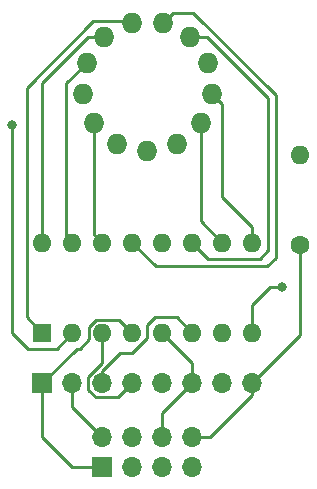
<source format=gbr>
%TF.GenerationSoftware,KiCad,Pcbnew,5.1.6-c6e7f7d~87~ubuntu20.04.1*%
%TF.CreationDate,2020-09-12T14:26:48-04:00*%
%TF.ProjectId,IN-14_Daughter,494e2d31-345f-4446-9175-67687465722e,rev?*%
%TF.SameCoordinates,Original*%
%TF.FileFunction,Copper,L1,Top*%
%TF.FilePolarity,Positive*%
%FSLAX46Y46*%
G04 Gerber Fmt 4.6, Leading zero omitted, Abs format (unit mm)*
G04 Created by KiCad (PCBNEW 5.1.6-c6e7f7d~87~ubuntu20.04.1) date 2020-09-12 14:26:48*
%MOMM*%
%LPD*%
G01*
G04 APERTURE LIST*
%TA.AperFunction,ComponentPad*%
%ADD10O,1.750000X1.750000*%
%TD*%
%TA.AperFunction,ComponentPad*%
%ADD11O,1.600000X1.600000*%
%TD*%
%TA.AperFunction,ComponentPad*%
%ADD12R,1.600000X1.600000*%
%TD*%
%TA.AperFunction,ComponentPad*%
%ADD13R,1.700000X1.700000*%
%TD*%
%TA.AperFunction,ComponentPad*%
%ADD14O,1.700000X1.700000*%
%TD*%
%TA.AperFunction,ComponentPad*%
%ADD15C,1.600000*%
%TD*%
%TA.AperFunction,ViaPad*%
%ADD16C,0.800000*%
%TD*%
%TA.AperFunction,Conductor*%
%ADD17C,0.250000*%
%TD*%
G04 APERTURE END LIST*
D10*
%TO.P,N1,13*%
%TO.N,Net-(N1-Pad1)*%
X157749977Y-65042608D03*
%TO.P,N1,12*%
%TO.N,Net-(N1-Pad12)*%
X159720411Y-63296956D03*
%TO.P,N1,11*%
%TO.N,Net-(N1-Pad11)*%
X160653898Y-60835551D03*
%TO.P,N1,10*%
%TO.N,Net-(N1-Pad10)*%
X160336589Y-58222274D03*
%TO.P,N1,9*%
%TO.N,Net-(N1-Pad9)*%
X158841174Y-56055791D03*
%TO.P,N1,8*%
%TO.N,Net-(N1-Pad8)*%
X156510236Y-54832421D03*
%TO.P,N1,7*%
%TO.N,Net-(N1-Pad7)*%
X153877764Y-54832421D03*
%TO.P,N1,6*%
%TO.N,Net-(N1-Pad6)*%
X151546826Y-56055791D03*
%TO.P,N1,5*%
%TO.N,Net-(N1-Pad5)*%
X150051411Y-58222274D03*
%TO.P,N1,4*%
%TO.N,Net-(N1-Pad4)*%
X149734102Y-60835551D03*
%TO.P,N1,3*%
%TO.N,Net-(N1-Pad3)*%
X150667589Y-63296956D03*
%TO.P,N1,2*%
%TO.N,Net-(N1-Pad1)*%
X152638023Y-65042608D03*
%TO.P,N1,1*%
X155194000Y-65672600D03*
%TD*%
D11*
%TO.P,U1,16*%
%TO.N,Net-(N1-Pad6)*%
X146304000Y-73456800D03*
%TO.P,U1,8*%
%TO.N,Net-(N1-Pad10)*%
X164084000Y-81076800D03*
%TO.P,U1,15*%
%TO.N,Net-(N1-Pad5)*%
X148844000Y-73456800D03*
%TO.P,U1,7*%
%TO.N,Net-(J1-Pad2)*%
X161544000Y-81076800D03*
%TO.P,U1,14*%
%TO.N,Net-(N1-Pad3)*%
X151384000Y-73456800D03*
%TO.P,U1,6*%
%TO.N,Net-(J1-Pad3)*%
X159004000Y-81076800D03*
%TO.P,U1,13*%
%TO.N,Net-(N1-Pad8)*%
X153924000Y-73456800D03*
%TO.P,U1,5*%
%TO.N,VCC*%
X156464000Y-81076800D03*
%TO.P,U1,12*%
%TO.N,GND*%
X156464000Y-73456800D03*
%TO.P,U1,4*%
%TO.N,Net-(J1-Pad1)*%
X153924000Y-81076800D03*
%TO.P,U1,11*%
%TO.N,Net-(N1-Pad9)*%
X159004000Y-73456800D03*
%TO.P,U1,3*%
%TO.N,Net-(J1-Pad4)*%
X151384000Y-81076800D03*
%TO.P,U1,10*%
%TO.N,Net-(N1-Pad12)*%
X161544000Y-73456800D03*
%TO.P,U1,2*%
%TO.N,Net-(N1-Pad4)*%
X148844000Y-81076800D03*
%TO.P,U1,9*%
%TO.N,Net-(N1-Pad11)*%
X164084000Y-73456800D03*
D12*
%TO.P,U1,1*%
%TO.N,Net-(N1-Pad7)*%
X146304000Y-81076800D03*
%TD*%
D13*
%TO.P,J1,1*%
%TO.N,Net-(J1-Pad1)*%
X146304000Y-85344000D03*
D14*
%TO.P,J1,2*%
%TO.N,Net-(J1-Pad2)*%
X148844000Y-85344000D03*
%TO.P,J1,3*%
%TO.N,Net-(J1-Pad3)*%
X151384000Y-85344000D03*
%TO.P,J1,4*%
%TO.N,Net-(J1-Pad4)*%
X153924000Y-85344000D03*
%TO.P,J1,5*%
%TO.N,GND*%
X156464000Y-85344000D03*
%TO.P,J1,6*%
%TO.N,VCC*%
X159004000Y-85344000D03*
%TO.P,J1,7*%
%TO.N,GND*%
X161544000Y-85344000D03*
%TO.P,J1,8*%
%TO.N,Net-(J1-Pad8)*%
X164084000Y-85344000D03*
%TD*%
D13*
%TO.P,J2,1*%
%TO.N,Net-(J1-Pad1)*%
X151384000Y-92456000D03*
D14*
%TO.P,J2,2*%
%TO.N,Net-(J1-Pad2)*%
X151384000Y-89916000D03*
%TO.P,J2,3*%
%TO.N,Net-(J1-Pad3)*%
X153924000Y-92456000D03*
%TO.P,J2,4*%
%TO.N,Net-(J1-Pad4)*%
X153924000Y-89916000D03*
%TO.P,J2,5*%
%TO.N,GND*%
X156464000Y-92456000D03*
%TO.P,J2,6*%
%TO.N,VCC*%
X156464000Y-89916000D03*
%TO.P,J2,7*%
%TO.N,GND*%
X159004000Y-92456000D03*
%TO.P,J2,8*%
%TO.N,Net-(J1-Pad8)*%
X159004000Y-89916000D03*
%TD*%
D15*
%TO.P,R1,1*%
%TO.N,Net-(J1-Pad8)*%
X168148000Y-73660000D03*
D11*
%TO.P,R1,2*%
%TO.N,Net-(N1-Pad1)*%
X168148000Y-66040000D03*
%TD*%
D16*
%TO.N,Net-(N1-Pad4)*%
X143764000Y-63500000D03*
%TO.N,Net-(N1-Pad10)*%
X166624000Y-77216000D03*
%TD*%
D17*
%TO.N,Net-(J1-Pad1)*%
X152798999Y-79951799D02*
X153924000Y-81076800D01*
X150843999Y-79951799D02*
X152798999Y-79951799D01*
X150258999Y-80536799D02*
X150843999Y-79951799D01*
X150258999Y-81622803D02*
X150258999Y-80536799D01*
X149480001Y-82401801D02*
X150258999Y-81622803D01*
X149246199Y-82401801D02*
X149480001Y-82401801D01*
X146304000Y-85344000D02*
X149246199Y-82401801D01*
X146304000Y-85344000D02*
X146304000Y-89916000D01*
X148844000Y-92456000D02*
X151384000Y-92456000D01*
X146304000Y-89916000D02*
X148844000Y-92456000D01*
%TO.N,Net-(J1-Pad2)*%
X148844000Y-87376000D02*
X148844000Y-85344000D01*
X151384000Y-89916000D02*
X148844000Y-87376000D01*
%TO.N,Net-(J1-Pad3)*%
X151384000Y-84328000D02*
X152908000Y-82804000D01*
X151384000Y-85344000D02*
X151384000Y-84328000D01*
X157678999Y-79751799D02*
X159004000Y-81076800D01*
X155827999Y-79751799D02*
X157678999Y-79751799D01*
X155138999Y-81526803D02*
X155138999Y-80440799D01*
X153861802Y-82804000D02*
X155138999Y-81526803D01*
X155138999Y-80440799D02*
X155827999Y-79751799D01*
X152908000Y-82804000D02*
X153861802Y-82804000D01*
%TO.N,Net-(J1-Pad4)*%
X152748999Y-86519001D02*
X153924000Y-85344000D01*
X150208999Y-85908001D02*
X150819999Y-86519001D01*
X150208999Y-84779999D02*
X150208999Y-85908001D01*
X151384000Y-83604998D02*
X150208999Y-84779999D01*
X150819999Y-86519001D02*
X152748999Y-86519001D01*
X151384000Y-81076800D02*
X151384000Y-83604998D01*
%TO.N,VCC*%
X159004000Y-83616800D02*
X156464000Y-81076800D01*
X159004000Y-85344000D02*
X159004000Y-83616800D01*
X156464000Y-87884000D02*
X159004000Y-85344000D01*
X156464000Y-89916000D02*
X156464000Y-87884000D01*
%TO.N,Net-(J1-Pad8)*%
X168148000Y-81280000D02*
X168148000Y-73660000D01*
X164084000Y-85344000D02*
X168148000Y-81280000D01*
X159004000Y-89916000D02*
X160528000Y-89916000D01*
X164084000Y-86360000D02*
X164084000Y-85344000D01*
X160528000Y-89916000D02*
X164084000Y-86360000D01*
%TO.N,Net-(N1-Pad3)*%
X150667589Y-72740389D02*
X150667589Y-63296956D01*
X151384000Y-73456800D02*
X150667589Y-72740389D01*
%TO.N,Net-(N1-Pad4)*%
X147518999Y-82401801D02*
X148844000Y-81076800D01*
X145083999Y-82401801D02*
X147518999Y-82401801D01*
X143764000Y-81081802D02*
X145083999Y-82401801D01*
X143764000Y-63500000D02*
X143764000Y-81081802D01*
%TO.N,Net-(N1-Pad5)*%
X148334101Y-59939584D02*
X150051411Y-58222274D01*
X148334101Y-72946901D02*
X148334101Y-59939584D01*
X148844000Y-73456800D02*
X148334101Y-72946901D01*
%TO.N,Net-(N1-Pad6)*%
X150145892Y-56055791D02*
X151546826Y-56055791D01*
X146304000Y-59897683D02*
X150145892Y-56055791D01*
X146304000Y-73456800D02*
X146304000Y-59897683D01*
%TO.N,Net-(N1-Pad7)*%
X153701133Y-54655790D02*
X153877764Y-54832421D01*
X150626641Y-54655790D02*
X153701133Y-54655790D01*
X144978999Y-60303432D02*
X150626641Y-54655790D01*
X144978999Y-79751799D02*
X144978999Y-60303432D01*
X146304000Y-81076800D02*
X144978999Y-79751799D01*
%TO.N,Net-(N1-Pad8)*%
X155899011Y-75431811D02*
X165360189Y-75431811D01*
X153924000Y-73456800D02*
X155899011Y-75431811D01*
X157385235Y-53957422D02*
X156510236Y-54832421D01*
X159062991Y-53957422D02*
X157385235Y-53957422D01*
X166059011Y-60953442D02*
X159062991Y-53957422D01*
X166059011Y-74732989D02*
X166059011Y-60953442D01*
X165360189Y-75431811D02*
X166059011Y-74732989D01*
%TO.N,Net-(N1-Pad9)*%
X160242108Y-56055791D02*
X158841174Y-56055791D01*
X165409001Y-61222684D02*
X160242108Y-56055791D01*
X164720001Y-74781801D02*
X165409001Y-74092801D01*
X160329001Y-74781801D02*
X164720001Y-74781801D01*
X165409001Y-74092801D02*
X165409001Y-61222684D01*
X159004000Y-73456800D02*
X160329001Y-74781801D01*
%TO.N,Net-(N1-Pad10)*%
X166624000Y-77216000D02*
X165608000Y-77216000D01*
X164084000Y-78740000D02*
X164084000Y-81076800D01*
X165608000Y-77216000D02*
X164084000Y-78740000D01*
%TO.N,Net-(N1-Pad11)*%
X164084000Y-73456800D02*
X164084000Y-72136000D01*
X164084000Y-72136000D02*
X161544000Y-69596000D01*
X161544000Y-61725653D02*
X160653898Y-60835551D01*
X161544000Y-69596000D02*
X161544000Y-61725653D01*
%TO.N,Net-(N1-Pad12)*%
X159720411Y-71633211D02*
X161544000Y-73456800D01*
X159720411Y-63296956D02*
X159720411Y-71633211D01*
%TD*%
M02*

</source>
